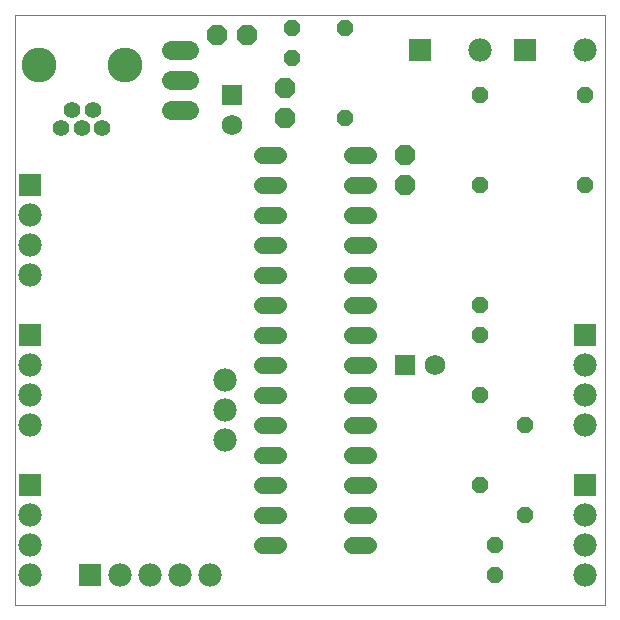
<source format=gbs>
G75*
G70*
%OFA0B0*%
%FSLAX24Y24*%
%IPPOS*%
%LPD*%
%AMOC8*
5,1,8,0,0,1.08239X$1,22.5*
%
%ADD10C,0.0000*%
%ADD11C,0.0555*%
%ADD12C,0.1162*%
%ADD13C,0.0640*%
%ADD14OC8,0.0670*%
%ADD15R,0.0690X0.0690*%
%ADD16C,0.0690*%
%ADD17OC8,0.0560*%
%ADD18C,0.0560*%
%ADD19C,0.0780*%
%ADD20R,0.0780X0.0780*%
D10*
X000816Y001371D02*
X000816Y021056D01*
X020501Y021056D01*
X020501Y001371D01*
X000816Y001371D01*
D11*
X002366Y017271D03*
X002736Y017891D03*
X003066Y017271D03*
X003426Y017891D03*
X003736Y017271D03*
D12*
X004503Y019371D03*
X001629Y019371D03*
D13*
X006016Y019871D02*
X006616Y019871D01*
X006616Y018871D02*
X006016Y018871D01*
X006016Y017871D02*
X006616Y017871D01*
D14*
X007566Y020371D03*
X008566Y020371D03*
X009816Y018621D03*
X009816Y017621D03*
X013816Y016371D03*
X013816Y015371D03*
D15*
X013816Y009371D03*
X008066Y018371D03*
D16*
X008066Y017371D03*
X014816Y009371D03*
D17*
X016316Y010371D03*
X016316Y011371D03*
X016316Y008371D03*
X017816Y007371D03*
X016316Y005371D03*
X017816Y004371D03*
X016816Y003371D03*
X016816Y002371D03*
X016316Y015371D03*
X016316Y018371D03*
X019816Y018371D03*
X019816Y015371D03*
X011816Y017621D03*
X010066Y019621D03*
X010066Y020621D03*
X011816Y020621D03*
D18*
X012056Y016371D02*
X012576Y016371D01*
X012576Y015371D02*
X012056Y015371D01*
X012056Y014371D02*
X012576Y014371D01*
X012576Y013371D02*
X012056Y013371D01*
X012056Y012371D02*
X012576Y012371D01*
X012576Y011371D02*
X012056Y011371D01*
X012056Y010371D02*
X012576Y010371D01*
X012576Y009371D02*
X012056Y009371D01*
X012056Y008371D02*
X012576Y008371D01*
X012576Y007371D02*
X012056Y007371D01*
X012056Y006371D02*
X012576Y006371D01*
X012576Y005371D02*
X012056Y005371D01*
X012056Y004371D02*
X012576Y004371D01*
X012576Y003371D02*
X012056Y003371D01*
X009576Y003371D02*
X009056Y003371D01*
X009056Y004371D02*
X009576Y004371D01*
X009576Y005371D02*
X009056Y005371D01*
X009056Y006371D02*
X009576Y006371D01*
X009576Y007371D02*
X009056Y007371D01*
X009056Y008371D02*
X009576Y008371D01*
X009576Y009371D02*
X009056Y009371D01*
X009056Y010371D02*
X009576Y010371D01*
X009576Y011371D02*
X009056Y011371D01*
X009056Y012371D02*
X009576Y012371D01*
X009576Y013371D02*
X009056Y013371D01*
X009056Y014371D02*
X009576Y014371D01*
X009576Y015371D02*
X009056Y015371D01*
X009056Y016371D02*
X009576Y016371D01*
D19*
X016316Y019871D03*
X019816Y019871D03*
X019816Y009371D03*
X019816Y008371D03*
X019816Y007371D03*
X019816Y004371D03*
X019816Y003371D03*
X019816Y002371D03*
X007816Y006871D03*
X007816Y007871D03*
X007816Y008871D03*
X007316Y002371D03*
X006316Y002371D03*
X005316Y002371D03*
X004316Y002371D03*
X001316Y002371D03*
X001316Y003371D03*
X001316Y004371D03*
X001316Y007371D03*
X001316Y008371D03*
X001316Y009371D03*
X001316Y012371D03*
X001316Y013371D03*
X001316Y014371D03*
D20*
X001316Y015371D03*
X001316Y010371D03*
X001316Y005371D03*
X003316Y002371D03*
X014316Y019871D03*
X017816Y019871D03*
X019816Y010371D03*
X019816Y005371D03*
M02*

</source>
